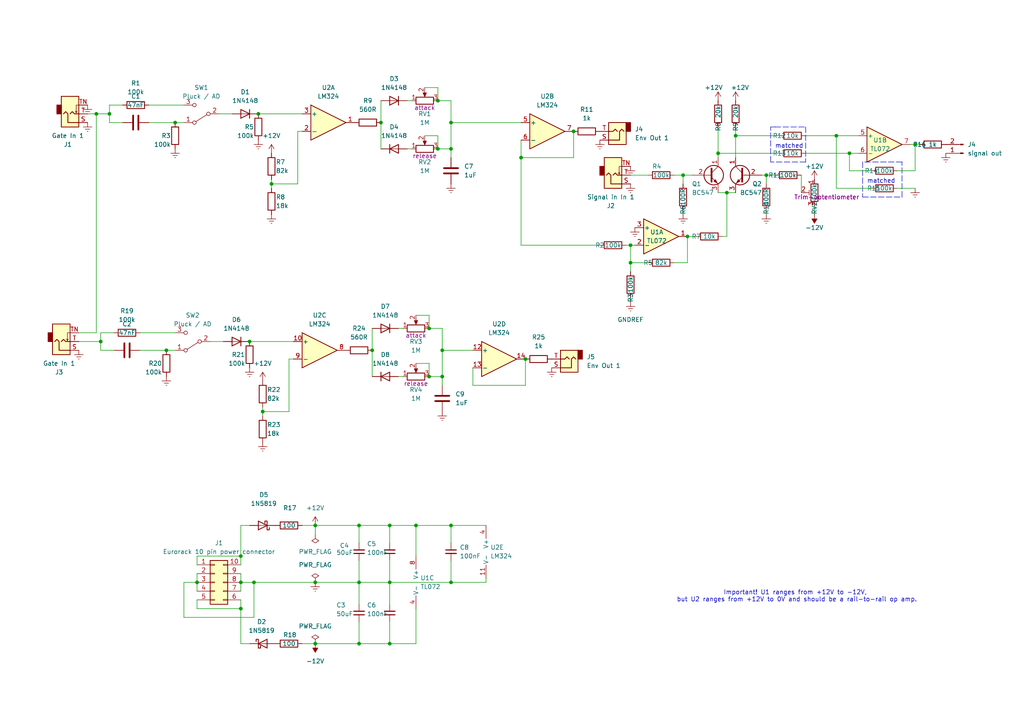
<source format=kicad_sch>
(kicad_sch (version 20231120) (generator "eeschema") (generator_version "8.0")
  (paper "A4")
  (lib_symbols
    (symbol "+12V_3" (power) (pin_numbers hide) (pin_names (offset 0) hide)
      (property "Value" "+12V" (at 0 3.556 0))
      (symbol "+12V_3_1_1"
        (pin power_in line (at 0 0 90) (length 0) (name "~") (number "1"))
      )
    )
    (symbol "+12V_5" (power) (pin_numbers hide) (pin_names (offset 0) hide)
      (property "Value" "+12V" (at 0 3.556 0))
      (symbol "+12V_5_1_1"
        (pin power_in line (at 0 0 90) (length 0) (name "~") (number "1"))
      )
    )
    (symbol "+12V_6" (power) (pin_numbers hide) (pin_names (offset 0) hide)
      (property "Value" "+12V" (at 0 3.556 0))
      (symbol "+12V_6_1_1"
        (pin power_in line (at 0 0 90) (length 0) (name "~") (number "1"))
      )
    )
    (symbol "+12V_7" (power) (pin_numbers hide) (pin_names (offset 0) hide)
      (property "Value" "+12V" (at 0 3.556 0))
      (symbol "+12V_7_1_1"
        (pin power_in line (at 0 0 90) (length 0) (name "~") (number "1"))
      )
    )
    (symbol "-12V_2" (power) (pin_numbers hide) (pin_names (offset 0) hide)
      (property "Value" "-12V" (at 0 3.556 0))
      (symbol "-12V_2_0_0"
        (pin power_in line (at 0 0 90) (length 0) (name "~") (number "1"))
      )
    )
    (symbol "-12V_4" (power) (pin_numbers hide) (pin_names (offset 0) hide)
      (property "Value" "-12V" (at 0 3.556 0))
      (symbol "-12V_4_0_0"
        (pin power_in line (at 0 0 90) (length 0) (name "~") (number "1"))
      )
    )
    (symbol "Amplifier_Operational:LM324" (pin_names (offset 0.127))
      (property "Reference" "U" (at 0 5.08 0))
      (property "Value" "LM324" (at 0 -5.08 0))
      (symbol "LM324_1_1"
        (pin output line (at 7.62 0 180) (length 2.54) (name "~") (number "1"))
        (pin input line (at -7.62 -2.54 0) (length 2.54) (name "-") (number "2"))
        (pin input line (at -7.62 2.54 0) (length 2.54) (name "+") (number "3"))
      )
      (symbol "LM324_2_1"
        (pin input line (at -7.62 2.54 0) (length 2.54) (name "+") (number "5"))
        (pin input line (at -7.62 -2.54 0) (length 2.54) (name "-") (number "6"))
        (pin output line (at 7.62 0 180) (length 2.54) (name "~") (number "7"))
      )
      (symbol "LM324_3_1"
        (pin input line (at -7.62 2.54 0) (length 2.54) (name "+") (number "10"))
        (pin output line (at 7.62 0 180) (length 2.54) (name "~") (number "8"))
        (pin input line (at -7.62 -2.54 0) (length 2.54) (name "-") (number "9"))
      )
      (symbol "LM324_4_1"
        (pin input line (at -7.62 2.54 0) (length 2.54) (name "+") (number "12"))
        (pin input line (at -7.62 -2.54 0) (length 2.54) (name "-") (number "13"))
        (pin output line (at 7.62 0 180) (length 2.54) (name "~") (number "14"))
      )
      (symbol "LM324_5_1"
        (pin power_in line (at -2.54 -7.62 90) (length 3.81) (name "V-") (number "11"))
        (pin power_in line (at -2.54 7.62 270) (length 3.81) (name "V+") (number "4"))
      )
    )
    (symbol "Amplifier_Operational:TL072" (pin_names (offset 0.127))
      (property "Reference" "U" (at 0 5.08 0))
      (property "Value" "TL072" (at 0 -5.08 0))
      (symbol "TL072_1_1"
        (pin output line (at 7.62 0 180) (length 2.54) (name "~") (number "1"))
        (pin input line (at -7.62 -2.54 0) (length 2.54) (name "-") (number "2"))
        (pin input line (at -7.62 2.54 0) (length 2.54) (name "+") (number "3"))
      )
      (symbol "TL072_2_1"
        (pin input line (at -7.62 2.54 0) (length 2.54) (name "+") (number "5"))
        (pin input line (at -7.62 -2.54 0) (length 2.54) (name "-") (number "6"))
        (pin output line (at 7.62 0 180) (length 2.54) (name "~") (number "7"))
      )
      (symbol "TL072_3_1"
        (pin power_in line (at -2.54 -7.62 90) (length 3.81) (name "V-") (number "4"))
        (pin power_in line (at -2.54 7.62 270) (length 3.81) (name "V+") (number "8"))
      )
    )
    (symbol "Connector:AudioJack2"
      (property "Reference" "J" (at 0 8.89 0))
      (property "Value" "AudioJack2" (at 0 6.35 0))
      (symbol "AudioJack2_1_1"
        (pin passive line (at 5.08 2.54 180) (length 2.54) (name "~") (number "S"))
        (pin passive line (at 5.08 0 180) (length 2.54) (name "~") (number "T"))
      )
    )
    (symbol "Connector:Conn_01x02_Pin" (pin_names (offset 1.016) hide)
      (property "Reference" "J" (at 0 2.54 0))
      (property "Value" "Conn_01x02_Pin" (at 0 -5.08 0))
      (symbol "Conn_01x02_Pin_1_1"
        (pin passive line (at 5.08 0 180) (length 3.81) (name "Pin_1") (number "1"))
        (pin passive line (at 5.08 -2.54 180) (length 3.81) (name "Pin_2") (number "2"))
      )
    )
    (symbol "Connector_Audio:AudioJack2_SwitchT"
      (property "Reference" "J" (at 0 8.89 0))
      (property "Value" "AudioJack2_SwitchT" (at 0 6.35 0))
      (symbol "AudioJack2_SwitchT_1_1"
        (pin passive line (at 5.08 2.54 180) (length 2.54) (name "~") (number "S"))
        (pin passive line (at 5.08 0 180) (length 2.54) (name "~") (number "T"))
        (pin passive line (at 5.08 -2.54 180) (length 2.54) (name "~") (number "TN"))
      )
    )
    (symbol "Connector_Generic:Conn_02x05_Counter_Clockwise" (pin_names (offset 1.016) hide)
      (property "Reference" "J" (at 1.27 7.62 0))
      (property "Value" "Conn_02x05_Counter_Clockwise" (at 1.27 -7.62 0))
      (symbol "Conn_02x05_Counter_Clockwise_1_1"
        (pin passive line (at -5.08 5.08 0) (length 3.81) (name "Pin_1") (number "1"))
        (pin passive line (at 7.62 5.08 180) (length 3.81) (name "Pin_10") (number "10"))
        (pin passive line (at -5.08 2.54 0) (length 3.81) (name "Pin_2") (number "2"))
        (pin passive line (at -5.08 0 0) (length 3.81) (name "Pin_3") (number "3"))
        (pin passive line (at -5.08 -2.54 0) (length 3.81) (name "Pin_4") (number "4"))
        (pin passive line (at -5.08 -5.08 0) (length 3.81) (name "Pin_5") (number "5"))
        (pin passive line (at 7.62 -5.08 180) (length 3.81) (name "Pin_6") (number "6"))
        (pin passive line (at 7.62 -2.54 180) (length 3.81) (name "Pin_7") (number "7"))
        (pin passive line (at 7.62 0 180) (length 3.81) (name "Pin_8") (number "8"))
        (pin passive line (at 7.62 2.54 180) (length 3.81) (name "Pin_9") (number "9"))
      )
    )
    (symbol "Device:C" (pin_numbers hide) (pin_names (offset 0.254))
      (property "Reference" "C" (at 0.635 2.54 0))
      (property "Value" "C" (at 0.635 -2.54 0))
      (symbol "C_1_1"
        (pin passive line (at 0 3.81 270) (length 2.794) (name "~") (number "1"))
        (pin passive line (at 0 -3.81 90) (length 2.794) (name "~") (number "2"))
      )
    )
    (symbol "Device:C_Small" (pin_numbers hide) (pin_names (offset 0.254) hide)
      (property "Reference" "C" (at 0.254 1.778 0))
      (property "Value" "C_Small" (at 0.254 -2.032 0))
      (symbol "C_Small_1_1"
        (pin passive line (at 0 2.54 270) (length 2.032) (name "~") (number "1"))
        (pin passive line (at 0 -2.54 90) (length 2.032) (name "~") (number "2"))
      )
    )
    (symbol "Device:D" (pin_numbers hide) (pin_names (offset 1.016) hide)
      (property "Reference" "D" (at 0 2.54 0))
      (property "Value" "D" (at 0 -2.54 0))
      (symbol "D_1_1"
        (pin passive line (at -3.81 0 0) (length 2.54) (name "K") (number "1"))
        (pin passive line (at 3.81 0 180) (length 2.54) (name "A") (number "2"))
      )
    )
    (symbol "Device:R" (pin_numbers hide) (pin_names (offset 0))
      (property "Reference" "R" (at 2.032 0 90))
      (property "Value" "R" (at 0 0 90))
      (symbol "R_1_1"
        (pin passive line (at 0 3.81 270) (length 1.27) (name "~") (number "1"))
        (pin passive line (at 0 -3.81 90) (length 1.27) (name "~") (number "2"))
      )
    )
    (symbol "Device:R_Potentiometer" (pin_names (offset 1.016) hide)
      (property "Reference" "RV" (at -4.445 0 90))
      (property "Value" "R_Potentiometer" (at -2.54 0 90))
      (symbol "R_Potentiometer_1_1"
        (pin passive line (at 0 3.81 270) (length 1.27) (name "1") (number "1"))
        (pin passive line (at 3.81 0 180) (length 1.27) (name "2") (number "2"))
        (pin passive line (at 0 -3.81 90) (length 1.27) (name "3") (number "3"))
      )
    )
    (symbol "Device:R_Potentiometer_Trim" (pin_names (offset 1.016) hide)
      (property "Reference" "RV" (at -4.445 0 90))
      (property "Value" "R_Potentiometer_Trim" (at -2.54 0 90))
      (symbol "R_Potentiometer_Trim_1_1"
        (pin passive line (at 0 3.81 270) (length 1.27) (name "1") (number "1"))
        (pin passive line (at 3.81 0 180) (length 1.27) (name "2") (number "2"))
        (pin passive line (at 0 -3.81 90) (length 1.27) (name "3") (number "3"))
      )
    )
    (symbol "Diode:1N5819" (pin_numbers hide) (pin_names (offset 1.016) hide)
      (property "Reference" "D" (at 0 2.54 0))
      (property "Value" "1N5819" (at 0 -2.54 0))
      (symbol "1N5819_1_1"
        (pin passive line (at -3.81 0 0) (length 2.54) (name "K") (number "1"))
        (pin passive line (at 3.81 0 180) (length 2.54) (name "A") (number "2"))
      )
    )
    (symbol "GNDREF_10" (power) (pin_numbers hide) (pin_names (offset 0) hide)
      (property "Value" "GNDREF" (at 0 -3.81 0))
      (symbol "GNDREF_10_1_1"
        (pin power_in line (at 0 0 270) (length 0) (name "~") (number "1"))
      )
    )
    (symbol "GNDREF_2" (power) (pin_numbers hide) (pin_names (offset 0) hide)
      (property "Value" "GNDREF" (at 0 -3.81 0))
      (symbol "GNDREF_2_1_1"
        (pin power_in line (at 0 0 270) (length 0) (name "~") (number "1"))
      )
    )
    (symbol "GNDREF_3" (power) (pin_numbers hide) (pin_names (offset 0) hide)
      (property "Value" "GNDREF" (at 0 -3.81 0))
      (symbol "GNDREF_3_1_1"
        (pin power_in line (at 0 0 270) (length 0) (name "~") (number "1"))
      )
    )
    (symbol "GNDREF_5" (power) (pin_numbers hide) (pin_names (offset 0) hide)
      (property "Value" "GNDREF" (at 0 -3.81 0))
      (symbol "GNDREF_5_1_1"
        (pin power_in line (at 0 0 270) (length 0) (name "~") (number "1"))
      )
    )
    (symbol "GNDREF_6" (power) (pin_numbers hide) (pin_names (offset 0) hide)
      (property "Value" "GNDREF" (at 0 -3.81 0))
      (symbol "GNDREF_6_1_1"
        (pin power_in line (at 0 0 270) (length 0) (name "~") (number "1"))
      )
    )
    (symbol "GNDREF_8" (power) (pin_numbers hide) (pin_names (offset 0) hide)
      (property "Value" "GNDREF" (at 0 -3.81 0))
      (symbol "GNDREF_8_1_1"
        (pin power_in line (at 0 0 270) (length 0) (name "~") (number "1"))
      )
    )
    (symbol "GNDREF_9" (power) (pin_numbers hide) (pin_names (offset 0) hide)
      (property "Value" "GNDREF" (at 0 -3.81 0))
      (symbol "GNDREF_9_1_1"
        (pin power_in line (at 0 0 270) (length 0) (name "~") (number "1"))
      )
    )
    (symbol "Switch:SW_SPDT" (pin_names (offset 0) hide)
      (property "Reference" "SW" (at 0 4.318 0))
      (property "Value" "SW_SPDT" (at 0 -5.08 0))
      (symbol "SW_SPDT_1_1"
        (pin passive line (at 5.08 2.54 180) (length 2.54) (name "A") (number "1"))
        (pin passive line (at -5.08 0 0) (length 2.54) (name "B") (number "2"))
        (pin passive line (at 5.08 -2.54 180) (length 2.54) (name "C") (number "3"))
      )
    )
    (symbol "Transistor_BJT:BC547" (pin_names (offset 0) hide)
      (property "Reference" "Q" (at 5.08 1.905 0))
      (property "Value" "BC547" (at 5.08 0 0))
      (symbol "BC547_1_1"
        (pin passive line (at 2.54 5.08 270) (length 2.54) (name "C") (number "1"))
        (pin input line (at -5.08 0 0) (length 5.08) (name "B") (number "2"))
        (pin passive line (at 2.54 -5.08 90) (length 2.54) (name "E") (number "3"))
      )
    )
    (symbol "power:+12V" (power) (pin_names (offset 0))
      (property "Value" "+12V" (at 0 3.556 0))
      (symbol "+12V_1_1"
        (pin power_in line (at 0 0 90) (length 0) hide (name "+12V") (number "1"))
      )
    )
    (symbol "power:GNDREF" (power) (pin_names (offset 0))
      (property "Value" "GNDREF" (at 0 -3.81 0))
      (symbol "GNDREF_1_1"
        (pin power_in line (at 0 0 270) (length 0) hide (name "GNDREF") (number "1"))
      )
    )
    (symbol "power:PWR_FLAG" (power) (pin_numbers hide) (pin_names (offset 0) hide)
      (property "Value" "PWR_FLAG" (at 0 3.81 0))
      (symbol "PWR_FLAG_0_0"
        (pin power_out line (at 0 0 90) (length 0) (name "~") (number "1"))
      )
    )
  )
  (junction (at 151.13 45.72))
  (junction (at 29.21 99.06))
  (junction (at 166.37 38.1))
  (junction (at 152.4 104.14))
  (junction (at 182.88 71.12))
  (junction (at 69.85 168.91))
  (junction (at 124.46 109.22))
  (junction (at 31.75 33.02))
  (junction (at 69.85 161.29))
  (junction (at 110.49 35.56))
  (junction (at 208.28 44.45))
  (junction (at 76.2 119.38))
  (junction (at 104.14 186.69))
  (junction (at 91.44 168.91))
  (junction (at 182.88 76.2))
  (junction (at 199.39 68.58))
  (junction (at 69.85 176.53))
  (junction (at 91.44 152.4))
  (junction (at 73.66 168.91))
  (junction (at 210.82 55.88))
  (junction (at 128.27 109.22))
  (junction (at 72.39 99.06))
  (junction (at 127 29.21))
  (junction (at 104.14 152.4))
  (junction (at 113.03 168.91))
  (junction (at 127 43.18))
  (junction (at 104.14 168.91))
  (junction (at 130.81 168.91))
  (junction (at 124.46 95.25))
  (junction (at 130.81 35.56))
  (junction (at 130.81 43.18))
  (junction (at 48.26 101.6))
  (junction (at 91.44 186.69))
  (junction (at 128.27 101.6))
  (junction (at 246.38 44.45))
  (junction (at 198.12 50.8))
  (junction (at 74.93 33.02))
  (junction (at 213.36 39.37))
  (junction (at 120.65 152.4))
  (junction (at 113.03 186.69))
  (junction (at 113.03 152.4))
  (junction (at 242.57 39.37))
  (junction (at 130.81 152.4))
  (junction (at 222.25 50.8))
  (junction (at 27.94 33.02))
  (junction (at 265.43 41.91))
  (junction (at 50.8 35.56))
  (junction (at 107.95 101.6))
  (junction (at 78.74 53.34))
  (junction (at 57.15 168.91))
  (wire (pts (xy 123.19 39.37) (xy 127 39.37)))
  (wire (pts (xy 110.49 35.56) (xy 110.49 43.18)))
  (wire (pts (xy 232.41 50.8) (xy 232.41 55.88)))
  (wire (pts (xy 78.74 52.07) (xy 78.74 53.34)))
  (wire (pts (xy 104.14 168.91) (xy 104.14 175.26)))
  (wire (pts (xy 210.82 55.88) (xy 213.36 55.88)))
  (wire (pts (xy 113.03 162.56) (xy 113.03 168.91)))
  (wire (pts (xy 69.85 152.4) (xy 69.85 161.29)))
  (wire (pts (xy 25.4 33.02) (xy 27.94 33.02)))
  (wire (pts (xy 265.43 54.61) (xy 260.35 54.61)))
  (wire (pts (xy 40.64 101.6) (xy 48.26 101.6)))
  (wire (pts (xy 182.88 86.36) (xy 182.88 87.63)))
  (wire (pts (xy 53.34 168.91) (xy 53.34 179.07)))
  (wire (pts (xy 242.57 39.37) (xy 248.92 39.37)))
  (wire (pts (xy 128.27 95.25) (xy 128.27 101.6)))
  (wire (pts (xy 120.65 152.4) (xy 113.03 152.4)))
  (wire (pts (xy 182.88 76.2) (xy 182.88 71.12)))
  (wire (pts (xy 43.18 30.48) (xy 53.34 30.48)))
  (wire (pts (xy 60.96 99.06) (xy 64.77 99.06)))
  (wire (pts (xy 74.93 33.02) (xy 87.63 33.02)))
  (wire (pts (xy 128.27 101.6) (xy 137.16 101.6)))
  (wire (pts (xy 222.25 50.8) (xy 220.98 50.8)))
  (wire (pts (xy 130.81 152.4) (xy 140.97 152.4)))
  (wire (pts (xy 69.85 168.91) (xy 73.66 168.91)))
  (wire (pts (xy 113.03 168.91) (xy 113.03 175.26)))
  (wire (pts (xy 137.16 106.68) (xy 137.16 111.76)))
  (wire (pts (xy 224.79 50.8) (xy 222.25 50.8)))
  (wire (pts (xy 57.15 168.91) (xy 53.34 168.91)))
  (wire (pts (xy 128.27 101.6) (xy 128.27 109.22)))
  (wire (pts (xy 182.88 71.12) (xy 184.15 71.12)))
  (wire (pts (xy 83.82 119.38) (xy 76.2 119.38)))
  (wire (pts (xy 127 25.4) (xy 127 29.21)))
  (wire (pts (xy 113.03 186.69) (xy 113.03 180.34)))
  (wire (pts (xy 27.94 33.02) (xy 31.75 33.02)))
  (polyline (pts (xy 261.62 57.15) (xy 261.62 46.99)) (stroke (width 0) (type dash)))
  (wire (pts (xy 198.12 62.23) (xy 198.12 60.96)))
  (wire (pts (xy 53.34 35.56) (xy 50.8 35.56)))
  (wire (pts (xy 76.2 118.11) (xy 76.2 119.38)))
  (wire (pts (xy 222.25 50.8) (xy 222.25 53.34)))
  (wire (pts (xy 33.02 101.6) (xy 29.21 101.6)))
  (wire (pts (xy 104.14 152.4) (xy 113.03 152.4)))
  (wire (pts (xy 182.88 50.8) (xy 187.96 50.8)))
  (wire (pts (xy 222.25 62.23) (xy 222.25 60.96)))
  (wire (pts (xy 233.68 44.45) (xy 246.38 44.45)))
  (wire (pts (xy 208.28 36.83) (xy 208.28 44.45)))
  (wire (pts (xy 86.36 53.34) (xy 78.74 53.34)))
  (wire (pts (xy 86.36 38.1) (xy 86.36 53.34)))
  (wire (pts (xy 166.37 45.72) (xy 166.37 38.1)))
  (polyline (pts (xy 233.68 36.83) (xy 233.68 46.99)) (stroke (width 0) (type dash)))
  (wire (pts (xy 124.46 91.44) (xy 124.46 95.25)))
  (wire (pts (xy 73.66 179.07) (xy 73.66 168.91)))
  (wire (pts (xy 27.94 96.52) (xy 27.94 33.02)))
  (wire (pts (xy 242.57 39.37) (xy 242.57 54.61)))
  (wire (pts (xy 63.5 33.02) (xy 67.31 33.02)))
  (wire (pts (xy 72.39 99.06) (xy 85.09 99.06)))
  (wire (pts (xy 76.2 119.38) (xy 76.2 120.65)))
  (wire (pts (xy 266.7 41.91) (xy 265.43 41.91)))
  (wire (pts (xy 208.28 55.88) (xy 210.82 55.88)))
  (wire (pts (xy 151.13 40.64) (xy 151.13 45.72)))
  (wire (pts (xy 57.15 168.91) (xy 57.15 171.45)))
  (wire (pts (xy 110.49 29.21) (xy 110.49 35.56)))
  (wire (pts (xy 69.85 152.4) (xy 72.39 152.4)))
  (wire (pts (xy 181.61 71.12) (xy 182.88 71.12)))
  (wire (pts (xy 73.66 168.91) (xy 91.44 168.91)))
  (wire (pts (xy 199.39 76.2) (xy 195.58 76.2)))
  (wire (pts (xy 53.34 179.07) (xy 73.66 179.07)))
  (wire (pts (xy 107.95 95.25) (xy 107.95 101.6)))
  (wire (pts (xy 91.44 152.4) (xy 91.44 154.94)))
  (wire (pts (xy 83.82 104.14) (xy 85.09 104.14)))
  (wire (pts (xy 233.68 39.37) (xy 242.57 39.37)))
  (wire (pts (xy 198.12 50.8) (xy 198.12 53.34)))
  (polyline (pts (xy 250.19 57.15) (xy 261.62 57.15)) (stroke (width 0) (type dash)))
  (wire (pts (xy 130.81 152.4) (xy 120.65 152.4)))
  (wire (pts (xy 69.85 176.53) (xy 69.85 173.99)))
  (wire (pts (xy 57.15 161.29) (xy 69.85 161.29)))
  (wire (pts (xy 22.86 99.06) (xy 29.21 99.06)))
  (wire (pts (xy 91.44 168.91) (xy 104.14 168.91)))
  (wire (pts (xy 29.21 96.52) (xy 29.21 99.06)))
  (wire (pts (xy 130.81 168.91) (xy 113.03 168.91)))
  (wire (pts (xy 104.14 162.56) (xy 104.14 168.91)))
  (polyline (pts (xy 223.52 46.99) (xy 223.52 36.83)) (stroke (width 0) (type dash)))
  (wire (pts (xy 252.73 49.53) (xy 246.38 49.53)))
  (wire (pts (xy 115.57 95.25) (xy 116.84 95.25)))
  (wire (pts (xy 69.85 161.29) (xy 69.85 163.83)))
  (wire (pts (xy 43.18 35.56) (xy 50.8 35.56)))
  (wire (pts (xy 208.28 44.45) (xy 226.06 44.45)))
  (wire (pts (xy 246.38 44.45) (xy 248.92 44.45)))
  (polyline (pts (xy 233.68 46.99) (xy 223.52 46.99)) (stroke (width 0) (type dash)))
  (wire (pts (xy 152.4 111.76) (xy 152.4 104.14)))
  (wire (pts (xy 69.85 166.37) (xy 69.85 168.91)))
  (wire (pts (xy 128.27 95.25) (xy 124.46 95.25)))
  (wire (pts (xy 120.65 91.44) (xy 124.46 91.44)))
  (wire (pts (xy 113.03 186.69) (xy 120.65 186.69)))
  (wire (pts (xy 87.63 152.4) (xy 91.44 152.4)))
  (polyline (pts (xy 250.19 46.99) (xy 250.19 57.15)) (stroke (width 0) (type dash)))
  (wire (pts (xy 124.46 105.41) (xy 124.46 109.22)))
  (wire (pts (xy 57.15 166.37) (xy 57.15 168.91)))
  (wire (pts (xy 113.03 152.4) (xy 113.03 157.48)))
  (wire (pts (xy 199.39 68.58) (xy 199.39 76.2)))
  (wire (pts (xy 140.97 167.64) (xy 140.97 168.91)))
  (wire (pts (xy 140.97 168.91) (xy 130.81 168.91)))
  (wire (pts (xy 151.13 71.12) (xy 173.99 71.12)))
  (wire (pts (xy 69.85 168.91) (xy 69.85 171.45)))
  (wire (pts (xy 198.12 50.8) (xy 200.66 50.8)))
  (wire (pts (xy 130.81 35.56) (xy 130.81 29.21)))
  (wire (pts (xy 128.27 111.76) (xy 128.27 109.22)))
  (wire (pts (xy 57.15 173.99) (xy 57.15 176.53)))
  (wire (pts (xy 91.44 186.69) (xy 104.14 186.69)))
  (wire (pts (xy 104.14 152.4) (xy 104.14 157.48)))
  (wire (pts (xy 83.82 104.14) (xy 83.82 119.38)))
  (wire (pts (xy 104.14 168.91) (xy 113.03 168.91)))
  (wire (pts (xy 182.88 76.2) (xy 187.96 76.2)))
  (wire (pts (xy 208.28 44.45) (xy 208.28 45.72)))
  (wire (pts (xy 104.14 180.34) (xy 104.14 186.69)))
  (wire (pts (xy 210.82 55.88) (xy 210.82 68.58)))
  (wire (pts (xy 137.16 111.76) (xy 152.4 111.76)))
  (wire (pts (xy 120.65 176.53) (xy 120.65 186.69)))
  (wire (pts (xy 127 39.37) (xy 127 43.18)))
  (wire (pts (xy 130.81 152.4) (xy 130.81 157.48)))
  (wire (pts (xy 199.39 68.58) (xy 201.93 68.58)))
  (wire (pts (xy 35.56 30.48) (xy 31.75 30.48)))
  (wire (pts (xy 265.43 49.53) (xy 265.43 41.91)))
  (wire (pts (xy 31.75 30.48) (xy 31.75 33.02)))
  (wire (pts (xy 40.64 96.52) (xy 50.8 96.52)))
  (wire (pts (xy 252.73 54.61) (xy 242.57 54.61)))
  (wire (pts (xy 57.15 176.53) (xy 69.85 176.53)))
  (wire (pts (xy 22.86 96.52) (xy 27.94 96.52)))
  (wire (pts (xy 57.15 163.83) (xy 57.15 161.29)))
  (wire (pts (xy 130.81 35.56) (xy 151.13 35.56)))
  (wire (pts (xy 78.74 53.34) (xy 78.74 54.61)))
  (wire (pts (xy 236.22 62.23) (xy 236.22 59.69)))
  (wire (pts (xy 151.13 71.12) (xy 151.13 45.72)))
  (wire (pts (xy 50.8 101.6) (xy 48.26 101.6)))
  (wire (pts (xy 33.02 96.52) (xy 29.21 96.52)))
  (wire (pts (xy 260.35 49.53) (xy 265.43 49.53)))
  (wire (pts (xy 130.81 43.18) (xy 130.81 35.56)))
  (wire (pts (xy 127 43.18) (xy 130.81 43.18)))
  (wire (pts (xy 120.65 105.41) (xy 124.46 105.41)))
  (wire (pts (xy 69.85 186.69) (xy 69.85 176.53)))
  (wire (pts (xy 226.06 39.37) (xy 213.36 39.37)))
  (wire (pts (xy 151.13 45.72) (xy 166.37 45.72)))
  (wire (pts (xy 35.56 35.56) (xy 31.75 35.56)))
  (wire (pts (xy 124.46 109.22) (xy 128.27 109.22)))
  (wire (pts (xy 265.43 41.91) (xy 264.16 41.91)))
  (wire (pts (xy 115.57 109.22) (xy 116.84 109.22)))
  (wire (pts (xy 213.36 36.83) (xy 213.36 39.37)))
  (wire (pts (xy 123.19 25.4) (xy 127 25.4)))
  (wire (pts (xy 213.36 39.37) (xy 213.36 45.72)))
  (wire (pts (xy 182.88 76.2) (xy 182.88 78.74)))
  (polyline (pts (xy 224.79 36.83) (xy 233.68 36.83)) (stroke (width 0) (type dash)))
  (wire (pts (xy 130.81 162.56) (xy 130.81 168.91)))
  (wire (pts (xy 120.65 152.4) (xy 120.65 161.29)))
  (wire (pts (xy 130.81 29.21) (xy 127 29.21)))
  (wire (pts (xy 104.14 186.69) (xy 113.03 186.69)))
  (wire (pts (xy 195.58 50.8) (xy 198.12 50.8)))
  (wire (pts (xy 91.44 152.4) (xy 104.14 152.4)))
  (polyline (pts (xy 261.62 46.99) (xy 250.19 46.99)) (stroke (width 0) (type dash)))
  (wire (pts (xy 118.11 43.18) (xy 119.38 43.18)))
  (wire (pts (xy 29.21 101.6) (xy 29.21 99.06)))
  (wire (pts (xy 118.11 29.21) (xy 119.38 29.21)))
  (wire (pts (xy 87.63 186.69) (xy 91.44 186.69)))
  (wire (pts (xy 72.39 186.69) (xy 69.85 186.69)))
  (wire (pts (xy 86.36 38.1) (xy 87.63 38.1)))
  (wire (pts (xy 209.55 68.58) (xy 210.82 68.58)))
  (wire (pts (xy 130.81 45.72) (xy 130.81 43.18)))
  (wire (pts (xy 31.75 35.56) (xy 31.75 33.02)))
  (polyline (pts (xy 223.52 36.83) (xy 224.79 36.83)) (stroke (width 0) (type dash)))
  (wire (pts (xy 107.95 101.6) (xy 107.95 109.22)))
  (wire (pts (xy 246.38 49.53) (xy 246.38 44.45)))
  (text "matched" (at 251.46 53.34 0) (effects (font (size 1.27 1.27)) (justify left bottom)))
  (text "Important! U1 ranges from +12V to -12V, \nbut U2 ranges from +12V to 0V and should be a rail-to-rail op amp." (at 231.14 172.974 0) (effects (font (size 1.27 1.27))))
  (text "matched" (at 224.79 43.18 0) (effects (font (size 1.27 1.27)) (justify left bottom)))
  (symbol (lib_id "power:PWR_FLAG") (at 91.44 168.91 0) (unit 1)
    (property "Reference" "#FLG05" (effects (hide yes)))
    (property "Value" "PWR_FLAG" (at 91.44 163.83 0))
    (property "Description" "Special symbol for telling ERC where power comes from" (effects (hide yes)))
  )
  (symbol (lib_name "+12V_3") (lib_id "power:+12V") (at 236.22 52.07 0) (unit 1)
    (property "Reference" "#PWR0109" (effects (hide yes)))
    (property "Value" "+12V" (at 236.22 48.26 0))
    (property "Description" "Power symbol creates a global label with name \"+12V\"" (effects (hide yes)))
  )
  (symbol (lib_id "Amplifier_Operational:LM324") (at 92.71 101.6 0) (unit 3)
    (property "Reference" "U2" (at 92.71 91.44 0))
    (property "Value" "LM324" (at 92.71 93.98 0))
    (property "Datasheet" "http://www.ti.com/lit/ds/symlink/lm2902-n.pdf" (effects (hide yes)))
    (property "Description" "Low-Power, Quad-Operational Amplifiers, DIP-14/SOIC-14/SSOP-14" (effects (hide yes)))
  )
  (symbol (lib_id "power:GNDREF") (at 173.99 40.64 0) (mirror y) (unit 1)
    (property "Reference" "#PWR017" (effects (hide yes)))
    (property "Value" "GNDREF" (effects (hide yes)))
  )
  (symbol (lib_name "GNDREF_10") (lib_id "power:GNDREF") (at 91.44 168.91 0) (unit 1)
    (property "Reference" "#PWR05" (effects (hide yes)))
    (property "Value" "GNDREF" (effects (hide yes)))
    (property "Description" "Power symbol creates a global label with name \"GNDREF\" , reference supply ground" (effects (hide yes)))
  )
  (symbol (lib_id "Device:R") (at 205.74 68.58 90) (unit 1)
    (property "Reference" "R7" (at 201.93 68.58 90))
    (property "Value" "10k" (at 205.74 68.58 90))
    (property "Footprint" "Resistor_THT:R_Axial_DIN0207_L6.3mm_D2.5mm_P10.16mm_Horizontal" (effects (hide yes)))
    (property "Description" "Resistor" (effects (hide yes)))
  )
  (symbol (lib_id "Device:R") (at 36.83 96.52 90) (unit 1)
    (property "Reference" "R19" (at 36.83 90.17 90))
    (property "Value" "100k" (at 36.83 92.71 90))
    (property "Footprint" "Resistor_THT:R_Axial_DIN0207_L6.3mm_D2.5mm_P10.16mm_Horizontal" (effects (hide yes)))
  )
  (symbol (lib_id "Device:D") (at 68.58 99.06 180) (unit 1)
    (property "Reference" "D6" (at 68.58 92.71 0))
    (property "Value" "1N4148" (at 68.58 95.25 0))
    (property "Footprint" "Diode_THT:D_T-1_P10.16mm_Horizontal" (effects (hide yes)))
  )
  (symbol (lib_id "Device:R") (at 106.68 35.56 90) (unit 1)
    (property "Reference" "R9" (at 106.68 29.21 90))
    (property "Value" "560R" (at 106.68 31.75 90))
    (property "Footprint" "Resistor_THT:R_Axial_DIN0207_L6.3mm_D2.5mm_P10.16mm_Horizontal" (effects (hide yes)))
  )
  (symbol (lib_id "Device:R") (at 191.77 76.2 90) (unit 1)
    (property "Reference" "R5" (at 187.96 76.2 90))
    (property "Value" "82k" (at 191.77 76.2 90))
    (property "Footprint" "Resistor_THT:R_Axial_DIN0207_L6.3mm_D2.5mm_P10.16mm_Horizontal" (effects (hide yes)))
    (property "Description" "Resistor" (effects (hide yes)))
  )
  (symbol (lib_id "power:GNDREF") (at 128.27 119.38 0) (unit 1)
    (property "Reference" "#PWR014" (effects (hide yes)))
    (property "Value" "GNDREF" (effects (hide yes)))
  )
  (symbol (lib_id "Device:R_Potentiometer_Trim") (at 236.22 55.88 0) (mirror y) (unit 1)
    (property "Reference" "RV2" (at 236.22 58.42 90) (effects (justify right)))
    (property "Value" "100k" (at 236.22 53.34 90) (effects (justify right)))
    (property "Footprint" "Potentiometer_THT:Potentiometer_Vishay_T73XW_Horizontal" (effects (hide yes)))
    (property "Description" "Trim-potentiometer" (at 239.776 57.15 0))
  )
  (symbol (lib_id "power:GNDREF") (at 22.86 101.6 0) (unit 1)
    (property "Reference" "#PWR07" (effects (hide yes)))
    (property "Value" "GNDREF" (effects (hide yes)))
  )
  (symbol (lib_id "Device:C_Small") (at 104.14 177.8 180) (unit 1)
    (property "Reference" "C3" (at 97.536 175.514 0) (effects (justify right)))
    (property "Value" "50uF" (at 97.536 178.054 0) (effects (justify right)))
    (property "Footprint" "Capacitor_THT:C_Disc_D6.0mm_W2.5mm_P5.00mm" (effects (hide yes)))
    (property "Description" "Unpolarized capacitor, small symbol" (effects (hide yes)))
  )
  (symbol (lib_id "Connector:AudioJack2") (at 165.1 104.14 180) (unit 1)
    (property "Reference" "J5" (at 170.18 103.5049 0) (effects (justify right)))
    (property "Value" "Env Out 1" (at 170.18 106.0449 0) (effects (justify right)))
    (property "Footprint" "Connector_Audio:Jack_6.35mm_Neutrik_NJ5FD-V_Vertical" (effects (hide yes)))
  )
  (symbol (lib_id "Connector_Audio:AudioJack2_SwitchT") (at 17.78 99.06 0) (mirror x) (unit 1)
    (property "Reference" "J3" (at 17.145 107.95 0))
    (property "Value" "Gate In 1" (at 17.145 105.41 0))
    (property "Footprint" "Connector_Audio:Jack_6.35mm_Neutrik_NJ5FD-V_Vertical" (effects (hide yes)))
    (property "Description" "Audio Jack, 2 Poles (Mono / TS), Switched T Pole (Normalling)" (effects (hide yes)))
  )
  (symbol (lib_name "-12V_4") (lib_id "power:-12V") (at 91.44 186.69 180) (unit 1)
    (property "Reference" "#PWR03" (effects (hide yes)))
    (property "Value" "-12V" (at 91.44 191.77 0))
    (property "Description" "Power symbol creates a global label with name \"-12V\"" (effects (hide yes)))
  )
  (symbol (lib_id "Diode:1N5819") (at 76.2 152.4 180) (unit 1)
    (property "Reference" "D5" (at 76.5175 143.51 0))
    (property "Value" "1N5819" (at 76.5175 146.05 0))
    (property "Footprint" "Diode_THT:D_DO-41_SOD81_P10.16mm_Horizontal" (effects (hide yes)))
    (property "Datasheet" "http://www.vishay.com/docs/88525/1n5817.pdf" (effects (hide yes)))
    (property "Description" "40V 1A Schottky Barrier Rectifier Diode, DO-41" (effects (hide yes)))
  )
  (symbol (lib_id "Device:C_Small") (at 113.03 177.8 180) (unit 1)
    (property "Reference" "C6" (at 106.426 175.514 0) (effects (justify right)))
    (property "Value" "100nF" (at 106.426 178.054 0) (effects (justify right)))
    (property "Footprint" "Capacitor_THT:C_Disc_D6.0mm_W2.5mm_P5.00mm" (effects (hide yes)))
    (property "Description" "Unpolarized capacitor, small symbol" (effects (hide yes)))
  )
  (symbol (lib_id "Device:R") (at 78.74 58.42 180) (unit 1)
    (property "Reference" "R8" (at 80.01 57.15 0) (effects (justify right)))
    (property "Value" "18k" (at 80.01 59.69 0) (effects (justify right)))
    (property "Footprint" "Resistor_THT:R_Axial_DIN0207_L6.3mm_D2.5mm_P10.16mm_Horizontal" (effects (hide yes)))
  )
  (symbol (lib_id "Amplifier_Operational:LM324") (at 144.78 104.14 0) (unit 4)
    (property "Reference" "U2" (at 144.78 93.98 0))
    (property "Value" "LM324" (at 144.78 96.52 0))
    (property "Datasheet" "http://www.ti.com/lit/ds/symlink/lm2902-n.pdf" (effects (hide yes)))
    (property "Description" "Low-Power, Quad-Operational Amplifiers, DIP-14/SOIC-14/SSOP-14" (effects (hide yes)))
  )
  (symbol (lib_id "Device:R") (at 191.77 50.8 90) (unit 1)
    (property "Reference" "R4" (at 190.5 48.26 90))
    (property "Value" "100k" (at 191.77 50.8 90))
    (property "Footprint" "Resistor_THT:R_Axial_DIN0207_L6.3mm_D2.5mm_P10.16mm_Horizontal" (effects (hide yes)))
    (property "Description" "Resistor" (effects (hide yes)))
  )
  (symbol (lib_id "Amplifier_Operational:TL072") (at 191.77 68.58 0) (unit 1)
    (property "Reference" "U1" (at 190.5 67.31 0))
    (property "Value" "TL072" (at 190.5 69.85 0))
    (property "Footprint" "Package_DIP:DIP-8_W7.62mm_Socket" (effects (hide yes)))
    (property "Datasheet" "http://www.ti.com/lit/ds/symlink/tl071.pdf" (effects (hide yes)))
    (property "Description" "Dual Low-Noise JFET-Input Operational Amplifiers, DIP-8/SOIC-8" (effects (hide yes)))
  )
  (symbol (lib_id "Switch:SW_SPDT") (at 58.42 33.02 180) (unit 1)
    (property "Reference" "SW1" (at 58.42 25.4 0))
    (property "Value" "Pluck / AD" (at 58.42 27.94 0))
    (property "Footprint" "Connector_PinHeader_2.54mm:PinHeader_1x03_P2.54mm_Vertical" (effects (hide yes)))
  )
  (symbol (lib_id "Device:R_Potentiometer") (at 120.65 109.22 90) (unit 1)
    (property "Reference" "RV4" (at 120.65 113.03 90))
    (property "Value" "1M" (at 120.65 115.57 90))
    (property "Footprint" "Potentiometer_THT:Potentiometer_Alpha_RD901F-40-00D_Single_Vertical" (effects (hide yes)))
    (property "Description" "release" (at 120.65 111.252 90))
  )
  (symbol (lib_id "Device:R") (at 170.18 38.1 90) (unit 1)
    (property "Reference" "R11" (at 170.18 31.75 90))
    (property "Value" "1k" (at 170.18 34.29 90))
    (property "Footprint" "Resistor_THT:R_Axial_DIN0207_L6.3mm_D2.5mm_P10.16mm_Horizontal" (effects (hide yes)))
  )
  (symbol (lib_id "Device:R") (at 229.87 44.45 90) (unit 1)
    (property "Reference" "R13" (at 226.06 44.45 90))
    (property "Value" "10k" (at 229.87 44.45 90))
    (property "Footprint" "Resistor_THT:R_Axial_DIN0207_L6.3mm_D2.5mm_P10.16mm_Horizontal" (effects (hide yes)))
    (property "Description" "Resistor" (effects (hide yes)))
  )
  (symbol (lib_id "power:GNDREF") (at 25.4 35.56 0) (unit 1)
    (property "Reference" "#PWR01" (effects (hide yes)))
    (property "Value" "GNDREF" (effects (hide yes)))
  )
  (symbol (lib_name "GNDREF_8") (lib_id "power:GNDREF") (at 182.88 87.63 0) (unit 1)
    (property "Reference" "#PWR02" (effects (hide yes)))
    (property "Value" "GNDREF" (at 182.88 92.71 0))
    (property "Description" "Power symbol creates a global label with name \"GNDREF\" , reference supply ground" (effects (hide yes)))
  )
  (symbol (lib_name "GNDREF_6") (lib_id "power:GNDREF") (at 198.12 62.23 0) (unit 1)
    (property "Reference" "#PWR0105" (effects (hide yes)))
    (property "Value" "GNDREF" (effects (hide yes)))
    (property "Description" "Power symbol creates a global label with name \"GNDREF\" , reference supply ground" (effects (hide yes)))
  )
  (symbol (lib_id "power:GNDREF") (at 78.74 62.23 0) (unit 1)
    (property "Reference" "#PWR011" (effects (hide yes)))
    (property "Value" "GNDREF" (effects (hide yes)))
  )
  (symbol (lib_id "Device:R") (at 76.2 124.46 180) (unit 1)
    (property "Reference" "R23" (at 77.47 123.19 0) (effects (justify right)))
    (property "Value" "18k" (at 77.47 125.73 0) (effects (justify right)))
    (property "Footprint" "Resistor_THT:R_Axial_DIN0207_L6.3mm_D2.5mm_P10.16mm_Horizontal" (effects (hide yes)))
  )
  (symbol (lib_id "Device:R") (at 78.74 48.26 180) (unit 1)
    (property "Reference" "R7" (at 80.01 46.99 0) (effects (justify right)))
    (property "Value" "82k" (at 80.01 49.53 0) (effects (justify right)))
    (property "Footprint" "Resistor_THT:R_Axial_DIN0207_L6.3mm_D2.5mm_P10.16mm_Horizontal" (effects (hide yes)))
  )
  (symbol (lib_id "Device:R") (at 72.39 102.87 0) (mirror x) (unit 1)
    (property "Reference" "R21" (at 71.12 102.87 0) (effects (justify right)))
    (property "Value" "100k" (at 71.12 105.41 0) (effects (justify right)))
    (property "Footprint" "Resistor_THT:R_Axial_DIN0207_L6.3mm_D2.5mm_P10.16mm_Horizontal" (effects (hide yes)))
  )
  (symbol (lib_id "Amplifier_Operational:LM324") (at 158.75 38.1 0) (unit 2)
    (property "Reference" "U2" (at 158.75 27.94 0))
    (property "Value" "LM324" (at 158.75 30.48 0))
    (property "Datasheet" "http://www.ti.com/lit/ds/symlink/lm2902-n.pdf" (effects (hide yes)))
    (property "Description" "Low-Power, Quad-Operational Amplifiers, DIP-14/SOIC-14/SSOP-14" (effects (hide yes)))
  )
  (symbol (lib_id "Transistor_BJT:BC547") (at 205.74 50.8 0) (unit 1)
    (property "Reference" "Q1" (at 200.66 53.34 0) (effects (justify left)))
    (property "Value" "BC547" (at 200.66 55.88 0) (effects (justify left)))
    (property "Footprint" "Package_TO_SOT_THT:TO-92_Inline" (effects (hide yes)))
    (property "Datasheet" "https://www.onsemi.com/pub/Collateral/BC550-D.pdf" (effects (hide yes)))
    (property "Description" "0.1A Ic, 45V Vce, Small Signal NPN Transistor, TO-92" (effects (hide yes)))
  )
  (symbol (lib_id "Connector:AudioJack2") (at 179.07 38.1 180) (unit 1)
    (property "Reference" "J4" (at 184.15 37.4649 0) (effects (justify right)))
    (property "Value" "Env Out 1" (at 184.15 40.0049 0) (effects (justify right)))
    (property "Footprint" "Connector_Audio:Jack_6.35mm_Neutrik_NJ5FD-V_Vertical" (effects (hide yes)))
  )
  (symbol (lib_id "Transistor_BJT:BC547") (at 215.9 50.8 0) (mirror y) (unit 1)
    (property "Reference" "Q2" (at 220.98 53.34 0) (effects (justify left)))
    (property "Value" "BC547" (at 220.98 55.88 0) (effects (justify left)))
    (property "Footprint" "Package_TO_SOT_THT:TO-92_Inline" (effects (hide yes)))
    (property "Datasheet" "https://www.onsemi.com/pub/Collateral/BC550-D.pdf" (effects (hide yes)))
    (property "Description" "0.1A Ic, 45V Vce, Small Signal NPN Transistor, TO-92" (effects (hide yes)))
  )
  (symbol (lib_id "Device:R") (at 270.51 41.91 90) (unit 1)
    (property "Reference" "R16" (at 266.7 41.91 90))
    (property "Value" "1k" (at 270.51 41.91 90))
    (property "Footprint" "Resistor_THT:R_Axial_DIN0207_L6.3mm_D2.5mm_P10.16mm_Horizontal" (effects (hide yes)))
    (property "Description" "Resistor" (effects (hide yes)))
  )
  (symbol (lib_name "-12V_2") (lib_id "power:-12V") (at 236.22 62.23 180) (unit 1)
    (property "Reference" "#PWR0108" (effects (hide yes)))
    (property "Value" "-12V" (at 236.22 66.04 0))
    (property "Description" "Power symbol creates a global label with name \"-12V\"" (effects (hide yes)))
  )
  (symbol (lib_id "Connector_Audio:AudioJack2_SwitchT") (at 20.32 33.02 0) (mirror x) (unit 1)
    (property "Reference" "J1" (at 19.685 41.91 0))
    (property "Value" "Gate In 1" (at 19.685 39.37 0))
    (property "Footprint" "Connector_Audio:Jack_6.35mm_Neutrik_NJ5FD-V_Vertical" (effects (hide yes)))
    (property "Description" "Audio Jack, 2 Poles (Mono / TS), Switched T Pole (Normalling)" (effects (hide yes)))
  )
  (symbol (lib_id "power:GNDREF") (at 25.4 30.48 0) (unit 1)
    (property "Reference" "#PWR016" (effects (hide yes)))
    (property "Value" "GNDREF" (effects (hide yes)))
  )
  (symbol (lib_id "Device:R") (at 48.26 105.41 0) (mirror x) (unit 1)
    (property "Reference" "R20" (at 46.99 105.41 0) (effects (justify right)))
    (property "Value" "100k" (at 46.99 107.95 0) (effects (justify right)))
    (property "Footprint" "Resistor_THT:R_Axial_DIN0207_L6.3mm_D2.5mm_P10.16mm_Horizontal" (effects (hide yes)))
  )
  (symbol (lib_id "Amplifier_Operational:TL072") (at 256.54 41.91 0) (unit 2)
    (property "Reference" "U1" (at 255.27 40.64 0))
    (property "Value" "TL072" (at 255.27 43.18 0))
    (property "Footprint" "Package_DIP:DIP-8_W7.62mm_Socket" (effects (hide yes)))
    (property "Datasheet" "http://www.ti.com/lit/ds/symlink/tl071.pdf" (effects (hide yes)))
    (property "Description" "Dual Low-Noise JFET-Input Operational Amplifiers, DIP-8/SOIC-8" (effects (hide yes)))
  )
  (symbol (lib_id "Connector_Generic:Conn_02x05_Counter_Clockwise") (at 62.23 168.91 0) (unit 1)
    (property "Reference" "J1" (at 63.5 157.48 0))
    (property "Value" "Eurorack 10 pin power connector" (at 63.5 160.02 0))
    (property "Footprint" "Connector_PinHeader_2.54mm:PinHeader_2x05_P2.54mm_Vertical" (effects (hide yes)))
    (property "Description" "Generic connector, double row, 02x05, counter clockwise pin numbering scheme (similar to DIP package numbering), script generated (kicad-library-utils/schlib/autogen/connector/)" (effects (hide yes)))
  )
  (symbol (lib_id "Device:R") (at 213.36 33.02 0) (unit 1)
    (property "Reference" "R9" (at 213.36 38.1 90) (effects (justify left)))
    (property "Value" "20k" (at 213.36 34.29 90) (effects (justify left)))
    (property "Footprint" "Resistor_THT:R_Axial_DIN0207_L6.3mm_D2.5mm_P10.16mm_Horizontal" (effects (hide yes)))
    (property "Description" "Resistor" (effects (hide yes)))
  )
  (symbol (lib_id "Device:D") (at 111.76 109.22 0) (unit 1)
    (property "Reference" "D8" (at 111.76 102.87 0))
    (property "Value" "1N4148" (at 111.76 105.41 0))
    (property "Footprint" "Diode_THT:D_T-1_P10.16mm_Horizontal" (effects (hide yes)))
  )
  (symbol (lib_id "Device:C_Small") (at 104.14 160.02 180) (unit 1)
    (property "Reference" "C4" (at 98.552 158.242 0) (effects (justify right)))
    (property "Value" "50uF" (at 97.536 160.274 0) (effects (justify right)))
    (property "Footprint" "Capacitor_THT:C_Disc_D6.0mm_W2.5mm_P5.00mm" (effects (hide yes)))
    (property "Description" "Unpolarized capacitor, small symbol" (effects (hide yes)))
  )
  (symbol (lib_id "Device:R") (at 50.8 39.37 0) (mirror x) (unit 1)
    (property "Reference" "R3" (at 49.53 39.37 0) (effects (justify right)))
    (property "Value" "100k" (at 49.53 41.91 0) (effects (justify right)))
    (property "Footprint" "Resistor_THT:R_Axial_DIN0207_L6.3mm_D2.5mm_P10.16mm_Horizontal" (effects (hide yes)))
  )
  (symbol (lib_id "Device:R") (at 222.25 57.15 0) (unit 1)
    (property "Reference" "R10" (at 222.25 62.23 90) (effects (justify left)))
    (property "Value" "100R" (at 222.25 59.69 90) (effects (justify left)))
    (property "Footprint" "Resistor_THT:R_Axial_DIN0207_L6.3mm_D2.5mm_P10.16mm_Horizontal" (effects (hide yes)))
    (property "Description" "Resistor" (effects (hide yes)))
  )
  (symbol (lib_id "Device:D") (at 114.3 29.21 180) (unit 1)
    (property "Reference" "D3" (at 114.3 22.86 0))
    (property "Value" "1N4148" (at 114.3 25.4 0))
    (property "Footprint" "Diode_THT:D_T-1_P10.16mm_Horizontal" (effects (hide yes)))
  )
  (symbol (lib_id "Device:R_Potentiometer") (at 123.19 29.21 90) (unit 1)
    (property "Reference" "RV1" (at 123.19 33.02 90))
    (property "Value" "1M" (at 123.19 35.56 90))
    (property "Footprint" "Potentiometer_THT:Potentiometer_Alpha_RD901F-40-00D_Single_Vertical" (effects (hide yes)))
    (property "Description" "attack" (at 123.19 31.242 90))
  )
  (symbol (lib_id "Device:R") (at 83.82 186.69 90) (unit 1)
    (property "Reference" "R18" (at 84.074 184.15 90))
    (property "Value" "100" (at 83.82 186.69 90))
    (property "Footprint" "Resistor_THT:R_Axial_DIN0207_L6.3mm_D2.5mm_P10.16mm_Horizontal" (effects (hide yes)))
    (property "Description" "Resistor" (effects (hide yes)))
  )
  (symbol (lib_id "Device:R_Potentiometer") (at 123.19 43.18 90) (unit 1)
    (property "Reference" "RV2" (at 123.19 46.99 90))
    (property "Value" "1M" (at 123.19 49.53 90))
    (property "Footprint" "Potentiometer_THT:Potentiometer_Alpha_RD901F-40-00D_Single_Vertical" (effects (hide yes)))
    (property "Description" "release" (at 123.19 45.212 90))
  )
  (symbol (lib_id "Device:C") (at 39.37 35.56 90) (unit 1)
    (property "Reference" "C1" (at 39.37 27.94 90))
    (property "Value" "47nF" (at 39.37 30.48 90))
    (property "Footprint" "Capacitor_THT:C_Rect_L7.0mm_W2.5mm_P5.00mm" (effects (hide yes)))
  )
  (symbol (lib_id "Device:R") (at 228.6 50.8 90) (unit 1)
    (property "Reference" "R11" (at 224.79 50.8 90))
    (property "Value" "100k" (at 228.6 50.8 90))
    (property "Footprint" "Resistor_THT:R_Axial_DIN0207_L6.3mm_D2.5mm_P10.16mm_Horizontal" (effects (hide yes)))
    (property "Description" "Resistor" (effects (hide yes)))
  )
  (symbol (lib_id "Diode:1N5819") (at 76.2 186.69 0) (unit 1)
    (property "Reference" "D2" (at 75.8825 180.34 0))
    (property "Value" "1N5819" (at 75.8825 182.88 0))
    (property "Footprint" "Diode_THT:D_DO-41_SOD81_P10.16mm_Horizontal" (effects (hide yes)))
    (property "Datasheet" "http://www.vishay.com/docs/88525/1n5817.pdf" (effects (hide yes)))
    (property "Description" "40V 1A Schottky Barrier Rectifier Diode, DO-41" (effects (hide yes)))
  )
  (symbol (lib_id "power:GNDREF") (at 160.02 106.68 0) (mirror y) (unit 1)
    (property "Reference" "#PWR020" (effects (hide yes)))
    (property "Value" "GNDREF" (effects (hide yes)))
  )
  (symbol (lib_id "power:GNDREF") (at 74.93 40.64 0) (unit 1)
    (property "Reference" "#PWR05" (effects (hide yes)))
    (property "Value" "GNDREF" (effects (hide yes)))
  )
  (symbol (lib_id "Device:C") (at 36.83 101.6 90) (unit 1)
    (property "Reference" "C2" (at 36.83 93.98 90))
    (property "Value" "47nF" (at 36.83 96.52 90))
    (property "Footprint" "Capacitor_THT:C_Rect_L7.0mm_W2.5mm_P5.00mm" (effects (hide yes)))
  )
  (symbol (lib_id "Device:C_Small") (at 130.81 160.02 0) (unit 1)
    (property "Reference" "C8" (at 133.35 158.7562 0) (effects (justify left)))
    (property "Value" "100nF" (at 133.35 161.2962 0) (effects (justify left)))
    (property "Footprint" "Capacitor_THT:C_Disc_D7.5mm_W2.5mm_P5.00mm" (effects (hide yes)))
    (property "Description" "Unpolarized capacitor, small symbol" (effects (hide yes)))
  )
  (symbol (lib_id "Device:C_Small") (at 113.03 160.02 180) (unit 1)
    (property "Reference" "C5" (at 106.426 157.734 0) (effects (justify right)))
    (property "Value" "100nF" (at 106.426 160.274 0) (effects (justify right)))
    (property "Footprint" "Capacitor_THT:C_Disc_D6.0mm_W2.5mm_P5.00mm" (effects (hide yes)))
    (property "Description" "Unpolarized capacitor, small symbol" (effects (hide yes)))
  )
  (symbol (lib_id "Device:R") (at 182.88 82.55 180) (unit 1)
    (property "Reference" "R3" (at 182.88 86.36 90))
    (property "Value" "100k" (at 182.88 82.55 90))
    (property "Footprint" "Resistor_THT:R_Axial_DIN0207_L6.3mm_D2.5mm_P10.16mm_Horizontal" (effects (hide yes)))
    (property "Description" "Resistor" (effects (hide yes)))
  )
  (symbol (lib_id "Amplifier_Operational:TL072") (at 123.19 168.91 0) (unit 3)
    (property "Reference" "U1" (at 121.92 167.6399 0) (effects (justify left)))
    (property "Value" "TL072" (at 121.92 170.1799 0) (effects (justify left)))
    (property "Footprint" "Package_DIP:DIP-8_W7.62mm_Socket" (effects (hide yes)))
    (property "Datasheet" "http://www.ti.com/lit/ds/symlink/tl071.pdf" (effects (hide yes)))
    (property "Description" "Dual Low-Noise JFET-Input Operational Amplifiers, DIP-8/SOIC-8" (effects (hide yes)))
  )
  (symbol (lib_id "Device:R") (at 83.82 152.4 90) (unit 1)
    (property "Reference" "R17" (at 84.074 147.32 90))
    (property "Value" "100" (at 83.82 152.4 90))
    (property "Footprint" "Resistor_THT:R_Axial_DIN0207_L6.3mm_D2.5mm_P10.16mm_Horizontal" (effects (hide yes)))
    (property "Description" "Resistor" (effects (hide yes)))
  )
  (symbol (lib_id "Device:R") (at 156.21 104.14 90) (unit 1)
    (property "Reference" "R25" (at 156.21 97.79 90))
    (property "Value" "1k" (at 156.21 100.33 90))
    (property "Footprint" "Resistor_THT:R_Axial_DIN0207_L6.3mm_D2.5mm_P10.16mm_Horizontal" (effects (hide yes)))
  )
  (symbol (lib_id "Device:R") (at 74.93 36.83 0) (mirror x) (unit 1)
    (property "Reference" "R5" (at 73.66 36.83 0) (effects (justify right)))
    (property "Value" "100k" (at 73.66 39.37 0) (effects (justify right)))
    (property "Footprint" "Resistor_THT:R_Axial_DIN0207_L6.3mm_D2.5mm_P10.16mm_Horizontal" (effects (hide yes)))
  )
  (symbol (lib_name "+12V_5") (lib_id "power:+12V") (at 91.44 152.4 0) (unit 1)
    (property "Reference" "#PWR04" (effects (hide yes)))
    (property "Value" "+12V" (at 91.44 147.32 0))
    (property "Description" "Power symbol creates a global label with name \"+12V\"" (effects (hide yes)))
  )
  (symbol (lib_id "Device:R") (at 229.87 39.37 270) (unit 1)
    (property "Reference" "R12" (at 226.06 39.37 90))
    (property "Value" "10k" (at 229.87 39.37 90))
    (property "Footprint" "Resistor_THT:R_Axial_DIN0207_L6.3mm_D2.5mm_P10.16mm_Horizontal" (effects (hide yes)))
    (property "Description" "Resistor" (effects (hide yes)))
  )
  (symbol (lib_id "Device:R") (at 76.2 114.3 180) (unit 1)
    (property "Reference" "R22" (at 77.47 113.03 0) (effects (justify right)))
    (property "Value" "82k" (at 77.47 115.57 0) (effects (justify right)))
    (property "Footprint" "Resistor_THT:R_Axial_DIN0207_L6.3mm_D2.5mm_P10.16mm_Horizontal" (effects (hide yes)))
  )
  (symbol (lib_id "Device:D") (at 71.12 33.02 180) (unit 1)
    (property "Reference" "D1" (at 71.12 26.67 0))
    (property "Value" "1N4148" (at 71.12 29.21 0))
    (property "Footprint" "Diode_THT:D_T-1_P10.16mm_Horizontal" (effects (hide yes)))
  )
  (symbol (lib_id "Amplifier_Operational:LM324") (at 143.51 160.02 0) (unit 5)
    (property "Reference" "U2" (at 142.24 158.7499 0) (effects (justify left)))
    (property "Value" "LM324" (at 142.24 161.2899 0) (effects (justify left)))
    (property "Datasheet" "http://www.ti.com/lit/ds/symlink/lm2902-n.pdf" (effects (hide yes)))
    (property "Description" "Low-Power, Quad-Operational Amplifiers, DIP-14/SOIC-14/SSOP-14" (effects (hide yes)))
  )
  (symbol (lib_id "power:GNDREF") (at 76.2 128.27 0) (unit 1)
    (property "Reference" "#PWR013" (effects (hide yes)))
    (property "Value" "GNDREF" (effects (hide yes)))
  )
  (symbol (lib_name "GNDREF_3") (lib_id "power:GNDREF") (at 265.43 54.61 0) (unit 1)
    (property "Reference" "#PWR0111" (effects (hide yes)))
    (property "Value" "GNDREF" (effects (hide yes)))
    (property "Description" "Power symbol creates a global label with name \"GNDREF\" , reference supply ground" (effects (hide yes)))
  )
  (symbol (lib_id "power:PWR_FLAG") (at 91.44 154.94 180) (unit 1)
    (property "Reference" "#FLG04" (effects (hide yes)))
    (property "Value" "PWR_FLAG" (at 91.44 160.02 0))
    (property "Description" "Special symbol for telling ERC where power comes from" (effects (hide yes)))
  )
  (symbol (lib_id "power:GNDREF") (at 48.26 109.22 0) (unit 1)
    (property "Reference" "#PWR08" (effects (hide yes)))
    (property "Value" "GNDREF" (effects (hide yes)))
  )
  (symbol (lib_id "Device:R") (at 39.37 30.48 90) (unit 1)
    (property "Reference" "R1" (at 39.37 24.13 90))
    (property "Value" "100k" (at 39.37 26.67 90))
    (property "Footprint" "Resistor_THT:R_Axial_DIN0207_L6.3mm_D2.5mm_P10.16mm_Horizontal" (effects (hide yes)))
  )
  (symbol (lib_name "GNDREF_5") (lib_id "power:GNDREF") (at 184.15 66.04 0) (unit 1)
    (property "Reference" "#PWR0104" (effects (hide yes)))
    (property "Value" "GNDREF" (effects (hide yes)))
    (property "Description" "Power symbol creates a global label with name \"GNDREF\" , reference supply ground" (effects (hide yes)))
  )
  (symbol (lib_id "Connector_Audio:AudioJack2_SwitchT") (at 177.8 50.8 0) (mirror x) (unit 1)
    (property "Reference" "J2" (at 177.165 59.69 0))
    (property "Value" "Signal in In 1" (at 177.165 57.15 0))
    (property "Footprint" "Connector_Audio:Jack_6.35mm_Neutrik_NJ5FD-V_Vertical" (effects (hide yes)))
    (property "Description" "Audio Jack, 2 Poles (Mono / TS), Switched T Pole (Normalling)" (effects (hide yes)))
  )
  (symbol (lib_id "Device:R") (at 256.54 54.61 270) (unit 1)
    (property "Reference" "R15" (at 251.46 54.61 90) (effects (justify left)))
    (property "Value" "100k" (at 254 54.61 90) (effects (justify left)))
    (property "Footprint" "Resistor_THT:R_Axial_DIN0207_L6.3mm_D2.5mm_P10.16mm_Horizontal" (effects (hide yes)))
    (property "Description" "Resistor" (effects (hide yes)))
  )
  (symbol (lib_id "Device:R") (at 198.12 57.15 0) (unit 1)
    (property "Reference" "R6" (at 198.12 62.23 90) (effects (justify left)))
    (property "Value" "100R" (at 198.12 59.69 90) (effects (justify left)))
    (property "Footprint" "Resistor_THT:R_Axial_DIN0207_L6.3mm_D2.5mm_P10.16mm_Horizontal" (effects (hide yes)))
    (property "Description" "Resistor" (effects (hide yes)))
  )
  (symbol (lib_id "Device:R") (at 256.54 49.53 90) (unit 1)
    (property "Reference" "R14" (at 252.73 49.53 90))
    (property "Value" "100k" (at 256.54 49.53 90))
    (property "Footprint" "Resistor_THT:R_Axial_DIN0207_L6.3mm_D2.5mm_P10.16mm_Horizontal" (effects (hide yes)))
    (property "Description" "Resistor" (effects (hide yes)))
  )
  (symbol (lib_name "+12V_6") (lib_id "power:+12V") (at 213.36 29.21 0) (unit 1)
    (property "Reference" "#PWR0101" (effects (hide yes)))
    (property "Value" "+12V" (at 214.63 25.4 0))
    (property "Description" "Power symbol creates a global label with name \"+12V\"" (effects (hide yes)))
  )
  (symbol (lib_id "Device:D") (at 111.76 95.25 180) (unit 1)
    (property "Reference" "D7" (at 111.76 88.9 0))
    (property "Value" "1N4148" (at 111.76 91.44 0))
    (property "Footprint" "Diode_THT:D_T-1_P10.16mm_Horizontal" (effects (hide yes)))
  )
  (symbol (lib_id "Amplifier_Operational:LM324") (at 95.25 35.56 0) (unit 1)
    (property "Reference" "U2" (at 95.25 25.4 0))
    (property "Value" "LM324" (at 95.25 27.94 0))
    (property "Datasheet" "http://www.ti.com/lit/ds/symlink/lm2902-n.pdf" (effects (hide yes)))
    (property "Description" "Low-Power, Quad-Operational Amplifiers, DIP-14/SOIC-14/SSOP-14" (effects (hide yes)))
  )
  (symbol (lib_name "GNDREF_9") (lib_id "power:GNDREF") (at 222.25 62.23 0) (unit 1)
    (property "Reference" "#PWR0103" (effects (hide yes)))
    (property "Value" "GNDREF" (effects (hide yes)))
    (property "Description" "Power symbol creates a global label with name \"GNDREF\" , reference supply ground" (effects (hide yes)))
  )
  (symbol (lib_id "Device:R_Potentiometer") (at 120.65 95.25 90) (unit 1)
    (property "Reference" "RV3" (at 120.65 99.06 90))
    (property "Value" "1M" (at 120.65 101.6 90))
    (property "Footprint" "Potentiometer_THT:Potentiometer_Alpha_RD901F-40-00D_Single_Vertical" (effects (hide yes)))
    (property "Description" "attack" (at 120.65 97.282 90))
  )
  (symbol (lib_id "Device:R") (at 208.28 33.02 0) (mirror x) (unit 1)
    (property "Reference" "R8" (at 208.28 38.1 90) (effects (justify right)))
    (property "Value" "20k" (at 208.28 34.29 90) (effects (justify right)))
    (property "Footprint" "Resistor_THT:R_Axial_DIN0207_L6.3mm_D2.5mm_P10.16mm_Horizontal" (effects (hide yes)))
    (property "Description" "Resistor" (effects (hide yes)))
  )
  (symbol (lib_name "GNDREF_2") (lib_id "power:GNDREF") (at 274.32 44.45 0) (mirror y) (unit 1)
    (property "Reference" "#PWR0110" (effects (hide yes)))
    (property "Value" "GNDREF" (effects (hide yes)))
    (property "Description" "Power symbol creates a global label with name \"GNDREF\" , reference supply ground" (effects (hide yes)))
  )
  (symbol (lib_id "power:GNDREF") (at 72.39 106.68 0) (unit 1)
    (property "Reference" "#PWR09" (effects (hide yes)))
    (property "Value" "GNDREF" (effects (hide yes)))
  )
  (symbol (lib_id "Device:C") (at 128.27 115.57 0) (unit 1)
    (property "Reference" "C9" (at 132.08 114.2999 0) (effects (justify left)))
    (property "Value" "1uF" (at 132.08 116.8399 0) (effects (justify left)))
    (property "Footprint" "Capacitor_THT:C_Rect_L7.0mm_W2.5mm_P5.00mm" (effects (hide yes)))
  )
  (symbol (lib_id "power:PWR_FLAG") (at 91.44 186.69 0) (unit 1)
    (property "Reference" "#FLG03" (effects (hide yes)))
    (property "Value" "PWR_FLAG" (at 91.44 181.61 0))
    (property "Description" "Special symbol for telling ERC where power comes from" (effects (hide yes)))
  )
  (symbol (lib_id "power:GNDREF") (at 182.88 48.26 0) (unit 1)
    (property "Reference" "#PWR018" (effects (hide yes)))
    (property "Value" "GNDREF" (effects (hide yes)))
  )
  (symbol (lib_id "power:+12V") (at 76.2 110.49 0) (unit 1)
    (property "Reference" "#PWR012" (effects (hide yes)))
    (property "Value" "+12V" (at 76.2 105.41 0))
  )
  (symbol (lib_id "Device:D") (at 114.3 43.18 0) (unit 1)
    (property "Reference" "D4" (at 114.3 36.83 0))
    (property "Value" "1N4148" (at 114.3 39.37 0))
    (property "Footprint" "Diode_THT:D_T-1_P10.16mm_Horizontal" (effects (hide yes)))
  )
  (symbol (lib_id "Switch:SW_SPDT") (at 55.88 99.06 180) (unit 1)
    (property "Reference" "SW2" (at 55.88 91.44 0))
    (property "Value" "Pluck / AD" (at 55.88 93.98 0))
    (property "Footprint" "Connector_PinHeader_2.54mm:PinHeader_1x03_P2.54mm_Vertical" (effects (hide yes)))
  )
  (symbol (lib_id "power:GNDREF") (at 50.8 43.18 0) (unit 1)
    (property "Reference" "#PWR03" (effects (hide yes)))
    (property "Value" "GNDREF" (effects (hide yes)))
  )
  (symbol (lib_name "+12V_7") (lib_id "power:+12V") (at 208.28 29.21 0) (unit 1)
    (property "Reference" "#PWR0102" (effects (hide yes)))
    (property "Value" "+12V" (at 207.01 25.4 0))
    (property "Description" "Power symbol creates a global label with name \"+12V\"" (effects (hide yes)))
  )
  (symbol (lib_id "power:GNDREF") (at 182.88 53.34 0) (unit 1)
    (property "Reference" "#PWR019" (effects (hide yes)))
    (property "Value" "GNDREF" (effects (hide yes)))
  )
  (symbol (lib_id "Device:R") (at 104.14 101.6 90) (unit 1)
    (property "Reference" "R24" (at 104.14 95.25 90))
    (property "Value" "560R" (at 104.14 97.79 90))
    (property "Footprint" "Resistor_THT:R_Axial_DIN0207_L6.3mm_D2.5mm_P10.16mm_Horizontal" (effects (hide yes)))
  )
  (symbol (lib_id "Device:R") (at 177.8 71.12 90) (unit 1)
    (property "Reference" "R2" (at 173.99 71.12 90))
    (property "Value" "100k" (at 177.8 71.12 90))
    (property "Footprint" "Resistor_THT:R_Axial_DIN0207_L6.3mm_D2.5mm_P10.16mm_Horizontal" (effects (hide yes)))
    (property "Description" "Resistor" (effects (hide yes)))
  )
  (symbol (lib_id "power:GNDREF") (at 130.81 53.34 0) (unit 1)
    (property "Reference" "#PWR015" (effects (hide yes)))
    (property "Value" "GNDREF" (effects (hide yes)))
  )
  (symbol (lib_id "Connector:Conn_01x02_Pin") (at 279.4 44.45 180) (unit 1)
    (property "Reference" "J4" (at 280.67 41.9099 0) (effects (justify right)))
    (property "Value" "signal out" (at 280.67 44.4499 0) (effects (justify right)))
    (property "Footprint" "Connector_PinHeader_2.54mm:PinHeader_1x02_P2.54mm_Vertical" (effects (hide yes)))
    (property "Description" "Generic connector, single row, 01x02, script generated" (effects (hide yes)))
  )
  (symbol (lib_id "Device:C") (at 130.81 49.53 0) (unit 1)
    (property "Reference" "C7" (at 134.62 48.2599 0) (effects (justify left)))
    (property "Value" "1uF" (at 134.62 50.7999 0) (effects (justify left)))
    (property "Footprint" "Capacitor_THT:C_Rect_L7.0mm_W2.5mm_P5.00mm" (effects (hide yes)))
  )
  (symbol (lib_id "power:+12V") (at 78.74 44.45 0) (unit 1)
    (property "Reference" "#PWR010" (effects (hide yes)))
    (property "Value" "+12V" (at 78.74 39.37 0))
  )
)
</source>
